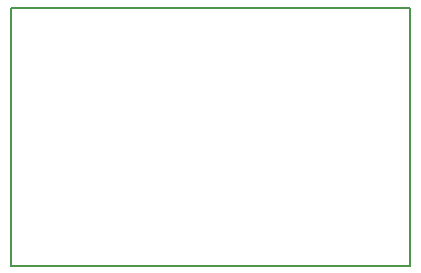
<source format=gbr>
%TF.GenerationSoftware,KiCad,Pcbnew,(6.0.4)*%
%TF.CreationDate,2022-07-11T19:15:08+03:00*%
%TF.ProjectId,Basic-150-MHz-Telemetry-Transmitter-THT,42617369-632d-4313-9530-2d4d487a2d54,rev?*%
%TF.SameCoordinates,Original*%
%TF.FileFunction,Other,User*%
%FSLAX46Y46*%
G04 Gerber Fmt 4.6, Leading zero omitted, Abs format (unit mm)*
G04 Created by KiCad (PCBNEW (6.0.4)) date 2022-07-11 19:15:08*
%MOMM*%
%LPD*%
G01*
G04 APERTURE LIST*
%ADD10C,0.150000*%
G04 APERTURE END LIST*
D10*
X52070000Y-96266000D02*
X85852000Y-96266000D01*
X85852000Y-96266000D02*
X85852000Y-118110000D01*
X85852000Y-118110000D02*
X52070000Y-118110000D01*
X52070000Y-118110000D02*
X52070000Y-96266000D01*
M02*

</source>
